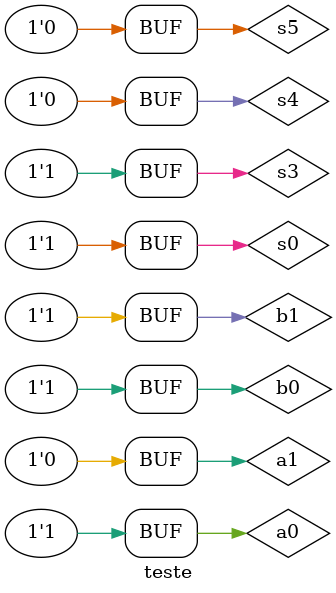
<source format=v>



//----------------------------
//------ Guia 05 - 03---------
//----------------------------


module meiasoma(s0,s1, a,b);

	output s0,s1;
	input  a, b;

	and(s0, a,b);
	xor(s1, a,b);
	
endmodule // fim meia soma

module halfAdder (s0, c0, a, b);

input a, b;
output s0, c0;

xor (s0, a, b);
and (c0, a, b);

endmodule//halfAdder

module teste;

reg a1, b1, a0, b0;
wire s0, s1, s2, s3, s4, s5, c0, c1;

and (s0, a0, b0);
and (s3, a0, b1);
and (s4, a1, b0);
and (s5, a1, b1);
halfAdder HA1 (s1, c1, s3, s4);
fullAdder FA1 (s2, c0, c1, 0, s5);

initial
begin
$display ("Multiplier Gate Test");
$display ("Exercicio 03");
$display ("\n Nome: Washington Luis \n Matricula: 407456 \n");
$display ("(ab x cd) = resultado, vaiUm\n");

	a1 = 0; a0 = 0; b1 = 0; b0 = 0;
$monitor ("(%b%b x %b%b) = %b%b%b, %b", a1, a0, b1, b0, s2, s1, s0, c0);

#1 a1 = 0; a0 = 0; b1 = 0; b0 = 1;
#1 a1 = 0; a0 = 1; b1 = 1; b0 = 0;
#1 a1 = 1; a0 = 0; b1 = 0; b0 = 0;
#1 a1 = 1; a0 = 1; b1 = 1; b0 = 1;
#1 a1 = 0; a0 = 1; b1 = 0; b0 = 1;
#1 a1 = 1; a0 = 0; b1 = 1; b0 = 0;
#1 a1 = 1; a0 = 1; b1 = 1; b0 = 0;
#1 a1 = 0; a0 = 1; b1 = 1; b0 = 1;

end

endmodule//teste
</source>
